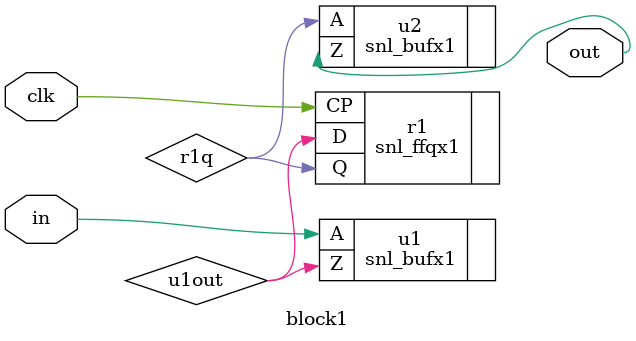
<source format=v>

module top (in, clk1, clk2, out);
   input in, clk1, clk2;
   output out;

   block1 b1 (.in(in), .clk(clk1), .out(b1out));
   block1 b2 (.in(b1out), .clk(clk2), .out(out));
endmodule // top

module block1 (in, clk, out);
   input in, clk;
   output out;

   snl_bufx1 u1 (.A(in), .Z(u1out));
   snl_ffqx1 r1 (.D(u1out), .CP(clk), .Q(r1q));
   snl_bufx1 u2 (.A(r1q), .Z(out));
endmodule // top

</source>
